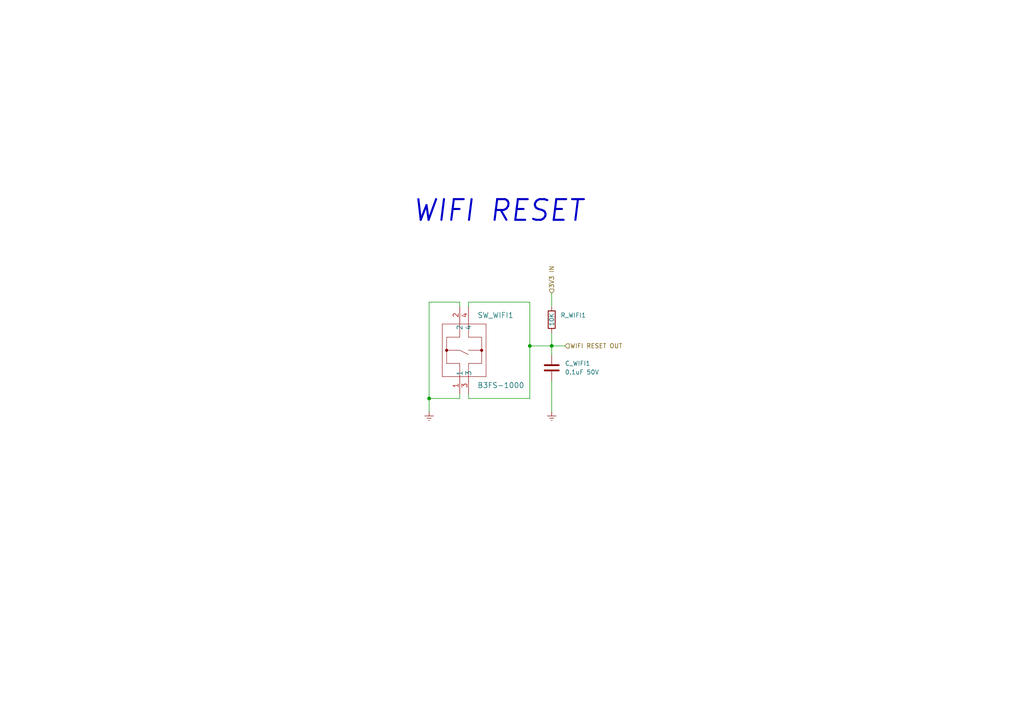
<source format=kicad_sch>
(kicad_sch (version 20211123) (generator eeschema)
  (paper "A4")
  (title_block (title "E-TKT v1.0") (date "2022-09-29") (rev "4") (company "Andrei Speridiao"))
  (lib_symbols
    (symbol "2022-07-12_23-59-33:B3FS-1000" (pin_names (offset 0.254))
      (property "Reference" "SW" (at 20.32 10.16 0))
      (property "Value" "B3FS-1000" (at 20.32 7.62 0))
      (symbol "B3FS-1000_1_1"
        (polyline (pts (xy 12.7 -7.62) (xy 27.94 -7.62)) (stroke (width 0.127)))
        (polyline (pts (xy 12.7 -2.54) (xy 16.51 -2.54)) (stroke (width 0.127)))
        (polyline (pts (xy 12.7 0) (xy 16.51 0)) (stroke (width 0.127)))
        (polyline (pts (xy 12.7 5.08) (xy 12.7 -7.62)) (stroke (width 0.127)))
        (polyline (pts (xy 16.51 -6.35) (xy 24.13 -6.35)) (stroke (width 0.127)))
        (polyline (pts (xy 16.51 -2.54) (xy 16.51 -6.35)) (stroke (width 0.127)))
        (polyline (pts (xy 16.51 0) (xy 16.51 3.81)) (stroke (width 0.127)))
        (polyline (pts (xy 20.32 -2.54) (xy 20.32 -6.35)) (stroke (width 0.127)))
        (polyline (pts (xy 20.32 0) (xy 19.05 -2.54)) (stroke (width 0.127)))
        (polyline (pts (xy 20.32 3.81) (xy 20.32 0)) (stroke (width 0.127)))
        (polyline (pts (xy 24.13 -6.35) (xy 24.13 -2.54)) (stroke (width 0.127)))
        (polyline (pts (xy 24.13 -2.54) (xy 27.94 -2.54)) (stroke (width 0.127)))
        (polyline (pts (xy 24.13 0) (xy 24.13 3.81)) (stroke (width 0.127)))
        (polyline (pts (xy 24.13 3.81) (xy 16.51 3.81)) (stroke (width 0.127)))
        (polyline (pts (xy 27.94 -7.62) (xy 27.94 5.08)) (stroke (width 0.127)))
        (polyline (pts (xy 27.94 0) (xy 24.13 0)) (stroke (width 0.127)))
        (polyline (pts (xy 27.94 5.08) (xy 12.7 5.08)) (stroke (width 0.127)))
        (arc (start 20.066 -6.35) (mid 20.574 -6.35) (end 20.066 -6.35) (stroke (width 0.381)))
        (arc (start 20.066 3.81) (mid 20.574 3.81) (end 20.066 3.81) (stroke (width 0.381)))
        (circle (center 20.32 -6.35) (radius 0.254) (stroke (width 0.381)))
        (circle (center 20.32 3.81) (radius 0.254) (stroke (width 0.381)))
        (pin unspecified line (at 7.62 0 0) (length 5) (name "1") (number "1"))
        (pin unspecified line (at 33.02 0 180) (length 5) (name "2") (number "2"))
        (pin unspecified line (at 7.62 -2.54 0) (length 5) (name "3") (number "3"))
        (pin unspecified line (at 33.02 -2.54 180) (length 5) (name "4") (number "4"))
      )
    )
    (symbol "Device:C" (pin_numbers hide) (pin_names (offset 0.254))
      (property "Reference" "C" (at 0.635 2.54 0))
      (property "Value" "C" (at 0.635 -2.54 0))
      (symbol "C_0_1"
        (polyline (pts (xy -2.032 -0.762) (xy 2.032 -0.762)) (stroke (width 0.508)))
        (polyline (pts (xy -2.032 0.762) (xy 2.032 0.762)) (stroke (width 0.508)))
      )
      (symbol "C_1_1"
        (pin passive line (at 0 3.81 270) (length 2.794) (name "~") (number "1"))
        (pin passive line (at 0 -3.81 90) (length 2.794) (name "~") (number "2"))
      )
    )
    (symbol "Device:R" (pin_numbers hide) (pin_names (offset 0))
      (property "Reference" "R" (at 2.032 0 90))
      (property "Value" "R" (at 0 0 90))
      (symbol "R_0_1"
        (rectangle (start -1.016 -2.54) (end 1.016 2.54) (stroke (width 0.254)))
      )
      (symbol "R_1_1"
        (pin passive line (at 0 3.81 270) (length 1.27) (name "~") (number "1"))
        (pin passive line (at 0 -3.81 90) (length 1.27) (name "~") (number "2"))
      )
    )
    (symbol "power:GNDREF" (power) (pin_names (offset 0))
      (property "Value" "GNDREF" (at 0 -3.81 0))
      (symbol "GNDREF_0_1"
        (polyline (pts (xy -0.635 -1.905) (xy 0.635 -1.905)))
        (polyline (pts (xy -0.127 -2.54) (xy 0.127 -2.54)))
        (polyline (pts (xy 0 -1.27) (xy 0 0)))
        (polyline (pts (xy 1.27 -1.27) (xy -1.27 -1.27)))
      )
      (symbol "GNDREF_1_1"
        (pin power_in line (at 0 0 270) (length 0) hide (name "GNDREF") (number "1"))
      )
    )
  )
  (junction (at 160.02 100.33))
  (junction (at 153.67 100.33))
  (junction (at 124.46 115.57))
  (wire (pts (xy 153.67 100.33) (xy 153.67 115.57)))
  (wire (pts (xy 124.46 115.57) (xy 133.35 115.57)))
  (wire (pts (xy 160.02 102.87) (xy 160.02 100.33)))
  (wire (pts (xy 133.35 87.63) (xy 133.35 88.9)))
  (wire (pts (xy 135.89 87.63) (xy 135.89 88.9)))
  (wire (pts (xy 153.67 100.33) (xy 160.02 100.33)))
  (wire (pts (xy 160.02 119.38) (xy 160.02 110.49)))
  (wire (pts (xy 160.02 100.33) (xy 163.83 100.33)))
  (wire (pts (xy 124.46 87.63) (xy 133.35 87.63)))
  (wire (pts (xy 133.35 115.57) (xy 133.35 114.3)))
  (wire (pts (xy 160.02 85.09) (xy 160.02 88.9)))
  (wire (pts (xy 124.46 87.63) (xy 124.46 115.57)))
  (wire (pts (xy 153.67 87.63) (xy 153.67 100.33)))
  (wire (pts (xy 135.89 115.57) (xy 135.89 114.3)))
  (wire (pts (xy 160.02 96.52) (xy 160.02 100.33)))
  (wire (pts (xy 135.89 87.63) (xy 153.67 87.63)))
  (wire (pts (xy 135.89 115.57) (xy 153.67 115.57)))
  (wire (pts (xy 124.46 115.57) (xy 124.46 119.38)))
  (text "WIFI RESET" (at 119.38 64.77 0) (effects (font (size 6 6) (thickness 0.6) bold italic) (justify left bottom)))
  (hierarchical_label "WIFI RESET OUT" (shape input) (at 163.83 100.33 0))
  (hierarchical_label "3V3 IN" (shape input) (at 160.02 85.09 90))
  (symbol (lib_id "2022-07-12_23-59-33:B3FS-1000") (at 133.35 121.92 90) (unit 1)
    (property "Reference" "SW_WIFI1" (at 138.43 91.44 90) (effects (font (size 1.524 1.524)) (justify right)))
    (property "Value" "B3FS-1000" (at 138.43 111.76 90) (effects (font (size 1.524 1.524)) (justify right)))
    (property "Footprint" "b3fs:B3FS-1000" (effects hide))
    (property "Datasheet" "https://br.mouser.com/datasheet/2/307/omron_B3FS-1189765.pdf" (effects hide))
    (property "#" "B3FS-1000" (effects hide))
    (property "Description" "Momentary switch" (effects hide))
    (property "Group" "Wifi" (effects hide))
    (property "Mouser" "OK" (effects hide))
  )
  (symbol (lib_id "Device:R") (at 160.02 92.71 180) (unit 1)
    (property "Reference" "R_WIFI1" (at 162.56 91.44 0) (effects (justify right)))
    (property "Value" "10K" (at 160.02 92.71 90))
    (property "Footprint" "Resistor_SMD:R_0603_1608Metric_Pad0.98x0.95mm_HandSolder" (effects hide))
    (property "Datasheet" "https://br.mouser.com/datasheet/2/54/chp_a-1858677.pdf" (effects hide))
    (property "#" "ERJ-3EKF1002V" (effects hide))
    (property "Description" "Pullup" (effects hide))
    (property "Group" "Wifi" (effects hide))
    (property "Obs" "wes" (effects hide))
    (property "Mouser" "OK" (effects hide))
  )
  (symbol (lib_id "power:GNDREF") (at 160.02 119.38 0) (unit 1)
    (property "Reference" "#PWR0158" (effects hide))
    (property "Value" "GNDREF" (effects hide))
  )
  (symbol (lib_id "power:GNDREF") (at 124.46 119.38 0) (unit 1)
    (property "Reference" "#PWR0122" (effects hide))
    (property "Value" "GNDREF" (effects hide))
  )
  (symbol (lib_id "Device:C") (at 160.02 106.68 180) (unit 1)
    (property "Reference" "C_WIFI1" (at 163.83 105.41 0) (effects (justify right)))
    (property "Value" "0.1uF 50V" (at 163.83 107.95 0) (effects (justify right)))
    (property "Footprint" "Capacitor_SMD:C_0603_1608Metric_Pad1.08x0.95mm_HandSolder" (effects hide))
    (property "Datasheet" "https://product.tdk.com/system/files/dam/doc/product/capacitor/ceramic/mlcc/catalog/mlcc_automotive_general_en.pdf?ref_disty=mouser" (effects hide))
    (property "#" "C1608X7R1H104K080AA" (effects hide))
    (property "Description" "Debounce" (effects hide))
    (property "Group" "Wifi" (effects hide))
    (property "Mouser" "OK" (effects hide))
  )
)
</source>
